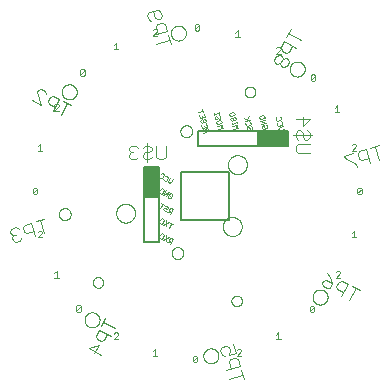
<source format=gbo>
G75*
%MOIN*%
%OFA0B0*%
%FSLAX25Y25*%
%IPPOS*%
%LPD*%
%AMOC8*
5,1,8,0,0,1.08239X$1,22.5*
%
%ADD10C,0.00100*%
%ADD11C,0.00000*%
%ADD12C,0.00200*%
%ADD13C,0.00400*%
%ADD14C,0.00500*%
D10*
X0063099Y0060425D02*
X0063836Y0060000D01*
X0064687Y0061473D01*
X0063950Y0061899D01*
X0063563Y0061795D01*
X0062996Y0060812D01*
X0063099Y0060425D01*
X0064289Y0059738D02*
X0066122Y0060645D01*
X0066433Y0060137D02*
X0066150Y0059646D01*
X0066254Y0059259D01*
X0066990Y0058833D01*
X0066707Y0058342D02*
X0067558Y0059816D01*
X0066821Y0060241D01*
X0066433Y0060137D01*
X0066499Y0059117D02*
X0065724Y0058909D01*
X0065271Y0059171D02*
X0065140Y0061212D01*
X0066216Y0063626D02*
X0067066Y0065099D01*
X0067558Y0064816D02*
X0066575Y0065383D01*
X0066122Y0065645D02*
X0064289Y0064738D01*
X0063836Y0065000D02*
X0063099Y0065425D01*
X0062996Y0065812D01*
X0063563Y0066795D01*
X0063950Y0066899D01*
X0064687Y0066473D01*
X0063836Y0065000D01*
X0065271Y0064171D02*
X0065140Y0066212D01*
X0066707Y0068342D02*
X0067558Y0069816D01*
X0066821Y0070241D01*
X0066433Y0070137D01*
X0066150Y0069646D01*
X0066254Y0069259D01*
X0066990Y0068833D01*
X0066499Y0069117D02*
X0065724Y0068909D01*
X0065413Y0069417D02*
X0065026Y0069313D01*
X0064535Y0069596D01*
X0064431Y0069984D01*
X0064573Y0070229D01*
X0064960Y0070333D01*
X0065451Y0070050D01*
X0065839Y0070153D01*
X0065980Y0070399D01*
X0065877Y0070786D01*
X0065385Y0071070D01*
X0064998Y0070966D01*
X0064687Y0071473D02*
X0063704Y0072040D01*
X0064196Y0071757D02*
X0063345Y0070283D01*
X0065970Y0073768D02*
X0065866Y0074155D01*
X0066150Y0074646D01*
X0066641Y0074363D01*
X0066433Y0075137D02*
X0066821Y0075241D01*
X0067312Y0074958D01*
X0067416Y0074570D01*
X0066849Y0073588D01*
X0066461Y0073484D01*
X0065970Y0073768D01*
X0065271Y0074171D02*
X0066122Y0075645D01*
X0064289Y0074738D01*
X0065140Y0076212D01*
X0064687Y0076473D02*
X0063950Y0076899D01*
X0063563Y0076795D01*
X0062996Y0075812D01*
X0063099Y0075425D01*
X0063836Y0075000D01*
X0064687Y0076473D01*
X0066216Y0078626D02*
X0066008Y0079401D01*
X0066575Y0080383D01*
X0065980Y0080399D02*
X0065413Y0079417D01*
X0065026Y0079313D01*
X0064535Y0079596D01*
X0064431Y0079984D01*
X0063978Y0080245D02*
X0064545Y0081228D01*
X0064441Y0081615D01*
X0063950Y0081899D01*
X0063563Y0081795D01*
X0062996Y0080812D02*
X0063099Y0080425D01*
X0063591Y0080142D01*
X0063978Y0080245D01*
X0064998Y0080966D02*
X0065385Y0081070D01*
X0065877Y0080786D01*
X0065980Y0080399D01*
X0067558Y0079816D02*
X0066990Y0078833D01*
X0066216Y0078626D01*
X0077761Y0095410D02*
X0079404Y0095850D01*
X0079184Y0096672D01*
X0078837Y0096872D01*
X0078289Y0096725D01*
X0078088Y0096378D01*
X0078308Y0095556D01*
X0078162Y0096104D02*
X0077467Y0096505D01*
X0077332Y0097011D02*
X0077038Y0098106D01*
X0077177Y0098685D02*
X0076829Y0098885D01*
X0076682Y0099433D01*
X0076883Y0099781D01*
X0077157Y0099854D01*
X0077504Y0099653D01*
X0077651Y0099106D01*
X0077998Y0098905D01*
X0078272Y0098978D01*
X0078473Y0099326D01*
X0078326Y0099874D01*
X0077979Y0100074D01*
X0078117Y0100653D02*
X0076474Y0100212D01*
X0076180Y0101308D01*
X0077149Y0100980D02*
X0077295Y0100433D01*
X0078117Y0100653D02*
X0077824Y0101748D01*
X0077688Y0102254D02*
X0077395Y0103349D01*
X0077541Y0102802D02*
X0075898Y0102361D01*
X0078681Y0098547D02*
X0078975Y0097451D01*
X0077332Y0097011D01*
X0078153Y0097231D02*
X0078007Y0097779D01*
X0082039Y0098967D02*
X0082186Y0098419D01*
X0082534Y0098219D01*
X0083629Y0098512D01*
X0083830Y0098859D01*
X0083683Y0099407D01*
X0083336Y0099608D01*
X0082240Y0099314D01*
X0082039Y0098967D01*
X0082105Y0099819D02*
X0081757Y0100020D01*
X0081610Y0100568D01*
X0081811Y0100915D01*
X0082085Y0100989D01*
X0082432Y0100788D01*
X0082579Y0100240D01*
X0082926Y0100040D01*
X0083200Y0100113D01*
X0083401Y0100460D01*
X0083254Y0101008D01*
X0082907Y0101209D01*
X0083045Y0101787D02*
X0082898Y0102335D01*
X0082972Y0102061D02*
X0081328Y0101621D01*
X0081402Y0101347D02*
X0081255Y0101895D01*
X0082395Y0097640D02*
X0084038Y0098080D01*
X0083637Y0097386D01*
X0084332Y0096985D01*
X0082689Y0096544D01*
X0086900Y0099486D02*
X0086753Y0100034D01*
X0086954Y0100381D01*
X0087228Y0100455D01*
X0087575Y0100254D01*
X0087722Y0099707D01*
X0088069Y0099506D01*
X0088343Y0099579D01*
X0088544Y0099927D01*
X0088397Y0100475D01*
X0088050Y0100675D01*
X0087914Y0101180D02*
X0086819Y0100887D01*
X0086471Y0101087D01*
X0086325Y0101635D01*
X0086525Y0101982D01*
X0087621Y0102276D01*
X0087968Y0102075D01*
X0088115Y0101528D01*
X0087914Y0101180D01*
X0086900Y0099486D02*
X0087248Y0099286D01*
X0087113Y0098693D02*
X0087260Y0098145D01*
X0087186Y0098419D02*
X0088830Y0098859D01*
X0088903Y0098586D02*
X0088756Y0099133D01*
X0089038Y0098080D02*
X0087395Y0097640D01*
X0087689Y0096544D02*
X0089332Y0096985D01*
X0088637Y0097386D01*
X0089038Y0098080D01*
X0091251Y0100409D02*
X0092293Y0099807D01*
X0092093Y0099460D02*
X0092895Y0100849D01*
X0093188Y0099754D02*
X0091545Y0099313D01*
X0091954Y0098881D02*
X0091753Y0098534D01*
X0091900Y0097986D01*
X0092248Y0097786D01*
X0093343Y0098079D01*
X0093544Y0098427D01*
X0093397Y0098975D01*
X0093050Y0099175D01*
X0093479Y0097574D02*
X0093826Y0097374D01*
X0093973Y0096826D01*
X0093772Y0096478D01*
X0093498Y0096405D01*
X0093151Y0096606D01*
X0093004Y0097153D01*
X0092657Y0097354D01*
X0092383Y0097281D01*
X0092182Y0096933D01*
X0092329Y0096385D01*
X0092677Y0096185D01*
X0097182Y0097433D02*
X0097383Y0097781D01*
X0097931Y0097927D01*
X0098078Y0097380D01*
X0098479Y0098074D02*
X0098826Y0097874D01*
X0098973Y0097326D01*
X0098772Y0096978D01*
X0097677Y0096685D01*
X0097329Y0096885D01*
X0097182Y0097433D01*
X0096974Y0098212D02*
X0098617Y0098653D01*
X0096680Y0099308D01*
X0098324Y0099748D01*
X0098188Y0100254D02*
X0097968Y0101075D01*
X0097621Y0101276D01*
X0096525Y0100982D01*
X0096325Y0100635D01*
X0096545Y0099813D01*
X0098188Y0100254D01*
X0101825Y0100135D02*
X0102025Y0100482D01*
X0101825Y0100135D02*
X0101971Y0099587D01*
X0102319Y0099387D01*
X0103414Y0099680D01*
X0103615Y0100028D01*
X0103468Y0100575D01*
X0103121Y0100776D01*
X0103550Y0099175D02*
X0103897Y0098975D01*
X0104044Y0098427D01*
X0103843Y0098079D01*
X0102748Y0097786D01*
X0102400Y0097986D01*
X0102253Y0098534D01*
X0102454Y0098881D01*
X0103157Y0097354D02*
X0104253Y0097648D01*
X0104546Y0096552D02*
X0103450Y0096258D01*
X0102756Y0096659D01*
X0103157Y0097354D01*
D11*
X0091483Y0109007D02*
X0091485Y0109091D01*
X0091491Y0109174D01*
X0091501Y0109257D01*
X0091515Y0109340D01*
X0091532Y0109422D01*
X0091554Y0109503D01*
X0091579Y0109582D01*
X0091608Y0109661D01*
X0091641Y0109738D01*
X0091677Y0109813D01*
X0091717Y0109887D01*
X0091760Y0109959D01*
X0091807Y0110028D01*
X0091857Y0110095D01*
X0091910Y0110160D01*
X0091966Y0110222D01*
X0092024Y0110282D01*
X0092086Y0110339D01*
X0092150Y0110392D01*
X0092217Y0110443D01*
X0092286Y0110490D01*
X0092357Y0110535D01*
X0092430Y0110575D01*
X0092505Y0110612D01*
X0092582Y0110646D01*
X0092660Y0110676D01*
X0092739Y0110702D01*
X0092820Y0110725D01*
X0092902Y0110743D01*
X0092984Y0110758D01*
X0093067Y0110769D01*
X0093150Y0110776D01*
X0093234Y0110779D01*
X0093318Y0110778D01*
X0093401Y0110773D01*
X0093485Y0110764D01*
X0093567Y0110751D01*
X0093649Y0110735D01*
X0093730Y0110714D01*
X0093811Y0110690D01*
X0093889Y0110662D01*
X0093967Y0110630D01*
X0094043Y0110594D01*
X0094117Y0110555D01*
X0094189Y0110513D01*
X0094259Y0110467D01*
X0094327Y0110418D01*
X0094392Y0110366D01*
X0094455Y0110311D01*
X0094515Y0110253D01*
X0094573Y0110192D01*
X0094627Y0110128D01*
X0094679Y0110062D01*
X0094727Y0109994D01*
X0094772Y0109923D01*
X0094813Y0109850D01*
X0094852Y0109776D01*
X0094886Y0109700D01*
X0094917Y0109622D01*
X0094944Y0109543D01*
X0094968Y0109462D01*
X0094987Y0109381D01*
X0095003Y0109299D01*
X0095015Y0109216D01*
X0095023Y0109132D01*
X0095027Y0109049D01*
X0095027Y0108965D01*
X0095023Y0108882D01*
X0095015Y0108798D01*
X0095003Y0108715D01*
X0094987Y0108633D01*
X0094968Y0108552D01*
X0094944Y0108471D01*
X0094917Y0108392D01*
X0094886Y0108314D01*
X0094852Y0108238D01*
X0094813Y0108164D01*
X0094772Y0108091D01*
X0094727Y0108020D01*
X0094679Y0107952D01*
X0094627Y0107886D01*
X0094573Y0107822D01*
X0094515Y0107761D01*
X0094455Y0107703D01*
X0094392Y0107648D01*
X0094327Y0107596D01*
X0094259Y0107547D01*
X0094189Y0107501D01*
X0094117Y0107459D01*
X0094043Y0107420D01*
X0093967Y0107384D01*
X0093889Y0107352D01*
X0093811Y0107324D01*
X0093730Y0107300D01*
X0093649Y0107279D01*
X0093567Y0107263D01*
X0093485Y0107250D01*
X0093401Y0107241D01*
X0093318Y0107236D01*
X0093234Y0107235D01*
X0093150Y0107238D01*
X0093067Y0107245D01*
X0092984Y0107256D01*
X0092902Y0107271D01*
X0092820Y0107289D01*
X0092739Y0107312D01*
X0092660Y0107338D01*
X0092582Y0107368D01*
X0092505Y0107402D01*
X0092430Y0107439D01*
X0092357Y0107479D01*
X0092286Y0107524D01*
X0092217Y0107571D01*
X0092150Y0107622D01*
X0092086Y0107675D01*
X0092024Y0107732D01*
X0091966Y0107792D01*
X0091910Y0107854D01*
X0091857Y0107919D01*
X0091807Y0107986D01*
X0091760Y0108055D01*
X0091717Y0108127D01*
X0091677Y0108201D01*
X0091641Y0108276D01*
X0091608Y0108353D01*
X0091579Y0108432D01*
X0091554Y0108511D01*
X0091532Y0108592D01*
X0091515Y0108674D01*
X0091501Y0108757D01*
X0091491Y0108840D01*
X0091485Y0108923D01*
X0091483Y0109007D01*
X0106519Y0116619D02*
X0106521Y0116718D01*
X0106527Y0116818D01*
X0106537Y0116917D01*
X0106551Y0117015D01*
X0106568Y0117113D01*
X0106590Y0117210D01*
X0106615Y0117306D01*
X0106644Y0117401D01*
X0106677Y0117495D01*
X0106714Y0117587D01*
X0106754Y0117678D01*
X0106798Y0117767D01*
X0106846Y0117855D01*
X0106897Y0117940D01*
X0106951Y0118023D01*
X0107008Y0118105D01*
X0107069Y0118183D01*
X0107133Y0118260D01*
X0107199Y0118333D01*
X0107269Y0118404D01*
X0107341Y0118472D01*
X0107416Y0118538D01*
X0107494Y0118600D01*
X0107574Y0118659D01*
X0107656Y0118715D01*
X0107740Y0118767D01*
X0107827Y0118816D01*
X0107915Y0118862D01*
X0108005Y0118904D01*
X0108097Y0118943D01*
X0108190Y0118978D01*
X0108284Y0119009D01*
X0108380Y0119036D01*
X0108477Y0119059D01*
X0108574Y0119079D01*
X0108672Y0119095D01*
X0108771Y0119107D01*
X0108870Y0119115D01*
X0108969Y0119119D01*
X0109069Y0119119D01*
X0109168Y0119115D01*
X0109267Y0119107D01*
X0109366Y0119095D01*
X0109464Y0119079D01*
X0109561Y0119059D01*
X0109658Y0119036D01*
X0109754Y0119009D01*
X0109848Y0118978D01*
X0109941Y0118943D01*
X0110033Y0118904D01*
X0110123Y0118862D01*
X0110211Y0118816D01*
X0110298Y0118767D01*
X0110382Y0118715D01*
X0110464Y0118659D01*
X0110544Y0118600D01*
X0110622Y0118538D01*
X0110697Y0118472D01*
X0110769Y0118404D01*
X0110839Y0118333D01*
X0110905Y0118260D01*
X0110969Y0118183D01*
X0111030Y0118105D01*
X0111087Y0118023D01*
X0111141Y0117940D01*
X0111192Y0117855D01*
X0111240Y0117767D01*
X0111284Y0117678D01*
X0111324Y0117587D01*
X0111361Y0117495D01*
X0111394Y0117401D01*
X0111423Y0117306D01*
X0111448Y0117210D01*
X0111470Y0117113D01*
X0111487Y0117015D01*
X0111501Y0116917D01*
X0111511Y0116818D01*
X0111517Y0116718D01*
X0111519Y0116619D01*
X0111517Y0116520D01*
X0111511Y0116420D01*
X0111501Y0116321D01*
X0111487Y0116223D01*
X0111470Y0116125D01*
X0111448Y0116028D01*
X0111423Y0115932D01*
X0111394Y0115837D01*
X0111361Y0115743D01*
X0111324Y0115651D01*
X0111284Y0115560D01*
X0111240Y0115471D01*
X0111192Y0115383D01*
X0111141Y0115298D01*
X0111087Y0115215D01*
X0111030Y0115133D01*
X0110969Y0115055D01*
X0110905Y0114978D01*
X0110839Y0114905D01*
X0110769Y0114834D01*
X0110697Y0114766D01*
X0110622Y0114700D01*
X0110544Y0114638D01*
X0110464Y0114579D01*
X0110382Y0114523D01*
X0110298Y0114471D01*
X0110211Y0114422D01*
X0110123Y0114376D01*
X0110033Y0114334D01*
X0109941Y0114295D01*
X0109848Y0114260D01*
X0109754Y0114229D01*
X0109658Y0114202D01*
X0109561Y0114179D01*
X0109464Y0114159D01*
X0109366Y0114143D01*
X0109267Y0114131D01*
X0109168Y0114123D01*
X0109069Y0114119D01*
X0108969Y0114119D01*
X0108870Y0114123D01*
X0108771Y0114131D01*
X0108672Y0114143D01*
X0108574Y0114159D01*
X0108477Y0114179D01*
X0108380Y0114202D01*
X0108284Y0114229D01*
X0108190Y0114260D01*
X0108097Y0114295D01*
X0108005Y0114334D01*
X0107915Y0114376D01*
X0107827Y0114422D01*
X0107740Y0114471D01*
X0107656Y0114523D01*
X0107574Y0114579D01*
X0107494Y0114638D01*
X0107416Y0114700D01*
X0107341Y0114766D01*
X0107269Y0114834D01*
X0107199Y0114905D01*
X0107133Y0114978D01*
X0107069Y0115055D01*
X0107008Y0115133D01*
X0106951Y0115215D01*
X0106897Y0115298D01*
X0106846Y0115383D01*
X0106798Y0115471D01*
X0106754Y0115560D01*
X0106714Y0115651D01*
X0106677Y0115743D01*
X0106644Y0115837D01*
X0106615Y0115932D01*
X0106590Y0116028D01*
X0106568Y0116125D01*
X0106551Y0116223D01*
X0106537Y0116321D01*
X0106527Y0116420D01*
X0106521Y0116520D01*
X0106519Y0116619D01*
X0085940Y0084748D02*
X0085942Y0084860D01*
X0085948Y0084971D01*
X0085958Y0085083D01*
X0085972Y0085194D01*
X0085989Y0085304D01*
X0086011Y0085414D01*
X0086037Y0085523D01*
X0086066Y0085631D01*
X0086099Y0085737D01*
X0086136Y0085843D01*
X0086177Y0085947D01*
X0086222Y0086050D01*
X0086270Y0086151D01*
X0086321Y0086250D01*
X0086376Y0086347D01*
X0086435Y0086442D01*
X0086496Y0086536D01*
X0086561Y0086627D01*
X0086630Y0086715D01*
X0086701Y0086801D01*
X0086775Y0086885D01*
X0086853Y0086965D01*
X0086933Y0087043D01*
X0087016Y0087119D01*
X0087101Y0087191D01*
X0087189Y0087260D01*
X0087279Y0087326D01*
X0087372Y0087388D01*
X0087467Y0087448D01*
X0087564Y0087504D01*
X0087662Y0087556D01*
X0087763Y0087605D01*
X0087865Y0087650D01*
X0087969Y0087692D01*
X0088074Y0087730D01*
X0088181Y0087764D01*
X0088288Y0087794D01*
X0088397Y0087821D01*
X0088506Y0087843D01*
X0088617Y0087862D01*
X0088727Y0087877D01*
X0088839Y0087888D01*
X0088950Y0087895D01*
X0089062Y0087898D01*
X0089174Y0087897D01*
X0089286Y0087892D01*
X0089397Y0087883D01*
X0089508Y0087870D01*
X0089619Y0087853D01*
X0089729Y0087833D01*
X0089838Y0087808D01*
X0089946Y0087780D01*
X0090053Y0087747D01*
X0090159Y0087711D01*
X0090263Y0087671D01*
X0090366Y0087628D01*
X0090468Y0087581D01*
X0090567Y0087530D01*
X0090665Y0087476D01*
X0090761Y0087418D01*
X0090855Y0087357D01*
X0090946Y0087293D01*
X0091035Y0087226D01*
X0091122Y0087155D01*
X0091206Y0087081D01*
X0091288Y0087005D01*
X0091366Y0086925D01*
X0091442Y0086843D01*
X0091515Y0086758D01*
X0091585Y0086671D01*
X0091651Y0086581D01*
X0091715Y0086489D01*
X0091775Y0086395D01*
X0091832Y0086299D01*
X0091885Y0086200D01*
X0091935Y0086100D01*
X0091981Y0085999D01*
X0092024Y0085895D01*
X0092063Y0085790D01*
X0092098Y0085684D01*
X0092129Y0085577D01*
X0092157Y0085468D01*
X0092180Y0085359D01*
X0092200Y0085249D01*
X0092216Y0085138D01*
X0092228Y0085027D01*
X0092236Y0084916D01*
X0092240Y0084804D01*
X0092240Y0084692D01*
X0092236Y0084580D01*
X0092228Y0084469D01*
X0092216Y0084358D01*
X0092200Y0084247D01*
X0092180Y0084137D01*
X0092157Y0084028D01*
X0092129Y0083919D01*
X0092098Y0083812D01*
X0092063Y0083706D01*
X0092024Y0083601D01*
X0091981Y0083497D01*
X0091935Y0083396D01*
X0091885Y0083296D01*
X0091832Y0083197D01*
X0091775Y0083101D01*
X0091715Y0083007D01*
X0091651Y0082915D01*
X0091585Y0082825D01*
X0091515Y0082738D01*
X0091442Y0082653D01*
X0091366Y0082571D01*
X0091288Y0082491D01*
X0091206Y0082415D01*
X0091122Y0082341D01*
X0091035Y0082270D01*
X0090946Y0082203D01*
X0090855Y0082139D01*
X0090761Y0082078D01*
X0090665Y0082020D01*
X0090567Y0081966D01*
X0090468Y0081915D01*
X0090366Y0081868D01*
X0090263Y0081825D01*
X0090159Y0081785D01*
X0090053Y0081749D01*
X0089946Y0081716D01*
X0089838Y0081688D01*
X0089729Y0081663D01*
X0089619Y0081643D01*
X0089508Y0081626D01*
X0089397Y0081613D01*
X0089286Y0081604D01*
X0089174Y0081599D01*
X0089062Y0081598D01*
X0088950Y0081601D01*
X0088839Y0081608D01*
X0088727Y0081619D01*
X0088617Y0081634D01*
X0088506Y0081653D01*
X0088397Y0081675D01*
X0088288Y0081702D01*
X0088181Y0081732D01*
X0088074Y0081766D01*
X0087969Y0081804D01*
X0087865Y0081846D01*
X0087763Y0081891D01*
X0087662Y0081940D01*
X0087564Y0081992D01*
X0087467Y0082048D01*
X0087372Y0082108D01*
X0087279Y0082170D01*
X0087189Y0082236D01*
X0087101Y0082305D01*
X0087016Y0082377D01*
X0086933Y0082453D01*
X0086853Y0082531D01*
X0086775Y0082611D01*
X0086701Y0082695D01*
X0086630Y0082781D01*
X0086561Y0082869D01*
X0086496Y0082960D01*
X0086435Y0083054D01*
X0086376Y0083149D01*
X0086321Y0083246D01*
X0086270Y0083345D01*
X0086222Y0083446D01*
X0086177Y0083549D01*
X0086136Y0083653D01*
X0086099Y0083759D01*
X0086066Y0083865D01*
X0086037Y0083973D01*
X0086011Y0084082D01*
X0085989Y0084192D01*
X0085972Y0084302D01*
X0085958Y0084413D01*
X0085948Y0084525D01*
X0085942Y0084636D01*
X0085940Y0084748D01*
X0070056Y0095892D02*
X0070058Y0095980D01*
X0070064Y0096068D01*
X0070074Y0096156D01*
X0070088Y0096244D01*
X0070105Y0096330D01*
X0070127Y0096416D01*
X0070152Y0096500D01*
X0070182Y0096584D01*
X0070214Y0096666D01*
X0070251Y0096746D01*
X0070291Y0096825D01*
X0070335Y0096902D01*
X0070382Y0096977D01*
X0070432Y0097049D01*
X0070486Y0097120D01*
X0070542Y0097187D01*
X0070602Y0097253D01*
X0070664Y0097315D01*
X0070730Y0097375D01*
X0070797Y0097431D01*
X0070868Y0097485D01*
X0070940Y0097535D01*
X0071015Y0097582D01*
X0071092Y0097626D01*
X0071171Y0097666D01*
X0071251Y0097703D01*
X0071333Y0097735D01*
X0071417Y0097765D01*
X0071501Y0097790D01*
X0071587Y0097812D01*
X0071673Y0097829D01*
X0071761Y0097843D01*
X0071849Y0097853D01*
X0071937Y0097859D01*
X0072025Y0097861D01*
X0072113Y0097859D01*
X0072201Y0097853D01*
X0072289Y0097843D01*
X0072377Y0097829D01*
X0072463Y0097812D01*
X0072549Y0097790D01*
X0072633Y0097765D01*
X0072717Y0097735D01*
X0072799Y0097703D01*
X0072879Y0097666D01*
X0072958Y0097626D01*
X0073035Y0097582D01*
X0073110Y0097535D01*
X0073182Y0097485D01*
X0073253Y0097431D01*
X0073320Y0097375D01*
X0073386Y0097315D01*
X0073448Y0097253D01*
X0073508Y0097187D01*
X0073564Y0097120D01*
X0073618Y0097049D01*
X0073668Y0096977D01*
X0073715Y0096902D01*
X0073759Y0096825D01*
X0073799Y0096746D01*
X0073836Y0096666D01*
X0073868Y0096584D01*
X0073898Y0096500D01*
X0073923Y0096416D01*
X0073945Y0096330D01*
X0073962Y0096244D01*
X0073976Y0096156D01*
X0073986Y0096068D01*
X0073992Y0095980D01*
X0073994Y0095892D01*
X0073992Y0095804D01*
X0073986Y0095716D01*
X0073976Y0095628D01*
X0073962Y0095540D01*
X0073945Y0095454D01*
X0073923Y0095368D01*
X0073898Y0095284D01*
X0073868Y0095200D01*
X0073836Y0095118D01*
X0073799Y0095038D01*
X0073759Y0094959D01*
X0073715Y0094882D01*
X0073668Y0094807D01*
X0073618Y0094735D01*
X0073564Y0094664D01*
X0073508Y0094597D01*
X0073448Y0094531D01*
X0073386Y0094469D01*
X0073320Y0094409D01*
X0073253Y0094353D01*
X0073182Y0094299D01*
X0073110Y0094249D01*
X0073035Y0094202D01*
X0072958Y0094158D01*
X0072879Y0094118D01*
X0072799Y0094081D01*
X0072717Y0094049D01*
X0072633Y0094019D01*
X0072549Y0093994D01*
X0072463Y0093972D01*
X0072377Y0093955D01*
X0072289Y0093941D01*
X0072201Y0093931D01*
X0072113Y0093925D01*
X0072025Y0093923D01*
X0071937Y0093925D01*
X0071849Y0093931D01*
X0071761Y0093941D01*
X0071673Y0093955D01*
X0071587Y0093972D01*
X0071501Y0093994D01*
X0071417Y0094019D01*
X0071333Y0094049D01*
X0071251Y0094081D01*
X0071171Y0094118D01*
X0071092Y0094158D01*
X0071015Y0094202D01*
X0070940Y0094249D01*
X0070868Y0094299D01*
X0070797Y0094353D01*
X0070730Y0094409D01*
X0070664Y0094469D01*
X0070602Y0094531D01*
X0070542Y0094597D01*
X0070486Y0094664D01*
X0070432Y0094735D01*
X0070382Y0094807D01*
X0070335Y0094882D01*
X0070291Y0094959D01*
X0070251Y0095038D01*
X0070214Y0095118D01*
X0070182Y0095200D01*
X0070152Y0095284D01*
X0070127Y0095368D01*
X0070105Y0095454D01*
X0070088Y0095540D01*
X0070074Y0095628D01*
X0070064Y0095716D01*
X0070058Y0095804D01*
X0070056Y0095892D01*
X0048652Y0068588D02*
X0048654Y0068700D01*
X0048660Y0068811D01*
X0048670Y0068923D01*
X0048684Y0069034D01*
X0048701Y0069144D01*
X0048723Y0069254D01*
X0048749Y0069363D01*
X0048778Y0069471D01*
X0048811Y0069577D01*
X0048848Y0069683D01*
X0048889Y0069787D01*
X0048934Y0069890D01*
X0048982Y0069991D01*
X0049033Y0070090D01*
X0049088Y0070187D01*
X0049147Y0070282D01*
X0049208Y0070376D01*
X0049273Y0070467D01*
X0049342Y0070555D01*
X0049413Y0070641D01*
X0049487Y0070725D01*
X0049565Y0070805D01*
X0049645Y0070883D01*
X0049728Y0070959D01*
X0049813Y0071031D01*
X0049901Y0071100D01*
X0049991Y0071166D01*
X0050084Y0071228D01*
X0050179Y0071288D01*
X0050276Y0071344D01*
X0050374Y0071396D01*
X0050475Y0071445D01*
X0050577Y0071490D01*
X0050681Y0071532D01*
X0050786Y0071570D01*
X0050893Y0071604D01*
X0051000Y0071634D01*
X0051109Y0071661D01*
X0051218Y0071683D01*
X0051329Y0071702D01*
X0051439Y0071717D01*
X0051551Y0071728D01*
X0051662Y0071735D01*
X0051774Y0071738D01*
X0051886Y0071737D01*
X0051998Y0071732D01*
X0052109Y0071723D01*
X0052220Y0071710D01*
X0052331Y0071693D01*
X0052441Y0071673D01*
X0052550Y0071648D01*
X0052658Y0071620D01*
X0052765Y0071587D01*
X0052871Y0071551D01*
X0052975Y0071511D01*
X0053078Y0071468D01*
X0053180Y0071421D01*
X0053279Y0071370D01*
X0053377Y0071316D01*
X0053473Y0071258D01*
X0053567Y0071197D01*
X0053658Y0071133D01*
X0053747Y0071066D01*
X0053834Y0070995D01*
X0053918Y0070921D01*
X0054000Y0070845D01*
X0054078Y0070765D01*
X0054154Y0070683D01*
X0054227Y0070598D01*
X0054297Y0070511D01*
X0054363Y0070421D01*
X0054427Y0070329D01*
X0054487Y0070235D01*
X0054544Y0070139D01*
X0054597Y0070040D01*
X0054647Y0069940D01*
X0054693Y0069839D01*
X0054736Y0069735D01*
X0054775Y0069630D01*
X0054810Y0069524D01*
X0054841Y0069417D01*
X0054869Y0069308D01*
X0054892Y0069199D01*
X0054912Y0069089D01*
X0054928Y0068978D01*
X0054940Y0068867D01*
X0054948Y0068756D01*
X0054952Y0068644D01*
X0054952Y0068532D01*
X0054948Y0068420D01*
X0054940Y0068309D01*
X0054928Y0068198D01*
X0054912Y0068087D01*
X0054892Y0067977D01*
X0054869Y0067868D01*
X0054841Y0067759D01*
X0054810Y0067652D01*
X0054775Y0067546D01*
X0054736Y0067441D01*
X0054693Y0067337D01*
X0054647Y0067236D01*
X0054597Y0067136D01*
X0054544Y0067037D01*
X0054487Y0066941D01*
X0054427Y0066847D01*
X0054363Y0066755D01*
X0054297Y0066665D01*
X0054227Y0066578D01*
X0054154Y0066493D01*
X0054078Y0066411D01*
X0054000Y0066331D01*
X0053918Y0066255D01*
X0053834Y0066181D01*
X0053747Y0066110D01*
X0053658Y0066043D01*
X0053567Y0065979D01*
X0053473Y0065918D01*
X0053377Y0065860D01*
X0053279Y0065806D01*
X0053180Y0065755D01*
X0053078Y0065708D01*
X0052975Y0065665D01*
X0052871Y0065625D01*
X0052765Y0065589D01*
X0052658Y0065556D01*
X0052550Y0065528D01*
X0052441Y0065503D01*
X0052331Y0065483D01*
X0052220Y0065466D01*
X0052109Y0065453D01*
X0051998Y0065444D01*
X0051886Y0065439D01*
X0051774Y0065438D01*
X0051662Y0065441D01*
X0051551Y0065448D01*
X0051439Y0065459D01*
X0051329Y0065474D01*
X0051218Y0065493D01*
X0051109Y0065515D01*
X0051000Y0065542D01*
X0050893Y0065572D01*
X0050786Y0065606D01*
X0050681Y0065644D01*
X0050577Y0065686D01*
X0050475Y0065731D01*
X0050374Y0065780D01*
X0050276Y0065832D01*
X0050179Y0065888D01*
X0050084Y0065948D01*
X0049991Y0066010D01*
X0049901Y0066076D01*
X0049813Y0066145D01*
X0049728Y0066217D01*
X0049645Y0066293D01*
X0049565Y0066371D01*
X0049487Y0066451D01*
X0049413Y0066535D01*
X0049342Y0066621D01*
X0049273Y0066709D01*
X0049208Y0066800D01*
X0049147Y0066894D01*
X0049088Y0066989D01*
X0049033Y0067086D01*
X0048982Y0067185D01*
X0048934Y0067286D01*
X0048889Y0067389D01*
X0048848Y0067493D01*
X0048811Y0067599D01*
X0048778Y0067705D01*
X0048749Y0067813D01*
X0048723Y0067922D01*
X0048701Y0068032D01*
X0048684Y0068142D01*
X0048670Y0068253D01*
X0048660Y0068365D01*
X0048654Y0068476D01*
X0048652Y0068588D01*
X0029556Y0068274D02*
X0029558Y0068362D01*
X0029564Y0068450D01*
X0029574Y0068538D01*
X0029588Y0068626D01*
X0029605Y0068712D01*
X0029627Y0068798D01*
X0029652Y0068882D01*
X0029682Y0068966D01*
X0029714Y0069048D01*
X0029751Y0069128D01*
X0029791Y0069207D01*
X0029835Y0069284D01*
X0029882Y0069359D01*
X0029932Y0069431D01*
X0029986Y0069502D01*
X0030042Y0069569D01*
X0030102Y0069635D01*
X0030164Y0069697D01*
X0030230Y0069757D01*
X0030297Y0069813D01*
X0030368Y0069867D01*
X0030440Y0069917D01*
X0030515Y0069964D01*
X0030592Y0070008D01*
X0030671Y0070048D01*
X0030751Y0070085D01*
X0030833Y0070117D01*
X0030917Y0070147D01*
X0031001Y0070172D01*
X0031087Y0070194D01*
X0031173Y0070211D01*
X0031261Y0070225D01*
X0031349Y0070235D01*
X0031437Y0070241D01*
X0031525Y0070243D01*
X0031613Y0070241D01*
X0031701Y0070235D01*
X0031789Y0070225D01*
X0031877Y0070211D01*
X0031963Y0070194D01*
X0032049Y0070172D01*
X0032133Y0070147D01*
X0032217Y0070117D01*
X0032299Y0070085D01*
X0032379Y0070048D01*
X0032458Y0070008D01*
X0032535Y0069964D01*
X0032610Y0069917D01*
X0032682Y0069867D01*
X0032753Y0069813D01*
X0032820Y0069757D01*
X0032886Y0069697D01*
X0032948Y0069635D01*
X0033008Y0069569D01*
X0033064Y0069502D01*
X0033118Y0069431D01*
X0033168Y0069359D01*
X0033215Y0069284D01*
X0033259Y0069207D01*
X0033299Y0069128D01*
X0033336Y0069048D01*
X0033368Y0068966D01*
X0033398Y0068882D01*
X0033423Y0068798D01*
X0033445Y0068712D01*
X0033462Y0068626D01*
X0033476Y0068538D01*
X0033486Y0068450D01*
X0033492Y0068362D01*
X0033494Y0068274D01*
X0033492Y0068186D01*
X0033486Y0068098D01*
X0033476Y0068010D01*
X0033462Y0067922D01*
X0033445Y0067836D01*
X0033423Y0067750D01*
X0033398Y0067666D01*
X0033368Y0067582D01*
X0033336Y0067500D01*
X0033299Y0067420D01*
X0033259Y0067341D01*
X0033215Y0067264D01*
X0033168Y0067189D01*
X0033118Y0067117D01*
X0033064Y0067046D01*
X0033008Y0066979D01*
X0032948Y0066913D01*
X0032886Y0066851D01*
X0032820Y0066791D01*
X0032753Y0066735D01*
X0032682Y0066681D01*
X0032610Y0066631D01*
X0032535Y0066584D01*
X0032458Y0066540D01*
X0032379Y0066500D01*
X0032299Y0066463D01*
X0032217Y0066431D01*
X0032133Y0066401D01*
X0032049Y0066376D01*
X0031963Y0066354D01*
X0031877Y0066337D01*
X0031789Y0066323D01*
X0031701Y0066313D01*
X0031613Y0066307D01*
X0031525Y0066305D01*
X0031437Y0066307D01*
X0031349Y0066313D01*
X0031261Y0066323D01*
X0031173Y0066337D01*
X0031087Y0066354D01*
X0031001Y0066376D01*
X0030917Y0066401D01*
X0030833Y0066431D01*
X0030751Y0066463D01*
X0030671Y0066500D01*
X0030592Y0066540D01*
X0030515Y0066584D01*
X0030440Y0066631D01*
X0030368Y0066681D01*
X0030297Y0066735D01*
X0030230Y0066791D01*
X0030164Y0066851D01*
X0030102Y0066913D01*
X0030042Y0066979D01*
X0029986Y0067046D01*
X0029932Y0067117D01*
X0029882Y0067189D01*
X0029835Y0067264D01*
X0029791Y0067341D01*
X0029751Y0067420D01*
X0029714Y0067500D01*
X0029682Y0067582D01*
X0029652Y0067666D01*
X0029627Y0067750D01*
X0029605Y0067836D01*
X0029588Y0067922D01*
X0029574Y0068010D01*
X0029564Y0068098D01*
X0029558Y0068186D01*
X0029556Y0068274D01*
X0040859Y0045486D02*
X0040861Y0045570D01*
X0040867Y0045653D01*
X0040877Y0045736D01*
X0040891Y0045819D01*
X0040908Y0045901D01*
X0040930Y0045982D01*
X0040955Y0046061D01*
X0040984Y0046140D01*
X0041017Y0046217D01*
X0041053Y0046292D01*
X0041093Y0046366D01*
X0041136Y0046438D01*
X0041183Y0046507D01*
X0041233Y0046574D01*
X0041286Y0046639D01*
X0041342Y0046701D01*
X0041400Y0046761D01*
X0041462Y0046818D01*
X0041526Y0046871D01*
X0041593Y0046922D01*
X0041662Y0046969D01*
X0041733Y0047014D01*
X0041806Y0047054D01*
X0041881Y0047091D01*
X0041958Y0047125D01*
X0042036Y0047155D01*
X0042115Y0047181D01*
X0042196Y0047204D01*
X0042278Y0047222D01*
X0042360Y0047237D01*
X0042443Y0047248D01*
X0042526Y0047255D01*
X0042610Y0047258D01*
X0042694Y0047257D01*
X0042777Y0047252D01*
X0042861Y0047243D01*
X0042943Y0047230D01*
X0043025Y0047214D01*
X0043106Y0047193D01*
X0043187Y0047169D01*
X0043265Y0047141D01*
X0043343Y0047109D01*
X0043419Y0047073D01*
X0043493Y0047034D01*
X0043565Y0046992D01*
X0043635Y0046946D01*
X0043703Y0046897D01*
X0043768Y0046845D01*
X0043831Y0046790D01*
X0043891Y0046732D01*
X0043949Y0046671D01*
X0044003Y0046607D01*
X0044055Y0046541D01*
X0044103Y0046473D01*
X0044148Y0046402D01*
X0044189Y0046329D01*
X0044228Y0046255D01*
X0044262Y0046179D01*
X0044293Y0046101D01*
X0044320Y0046022D01*
X0044344Y0045941D01*
X0044363Y0045860D01*
X0044379Y0045778D01*
X0044391Y0045695D01*
X0044399Y0045611D01*
X0044403Y0045528D01*
X0044403Y0045444D01*
X0044399Y0045361D01*
X0044391Y0045277D01*
X0044379Y0045194D01*
X0044363Y0045112D01*
X0044344Y0045031D01*
X0044320Y0044950D01*
X0044293Y0044871D01*
X0044262Y0044793D01*
X0044228Y0044717D01*
X0044189Y0044643D01*
X0044148Y0044570D01*
X0044103Y0044499D01*
X0044055Y0044431D01*
X0044003Y0044365D01*
X0043949Y0044301D01*
X0043891Y0044240D01*
X0043831Y0044182D01*
X0043768Y0044127D01*
X0043703Y0044075D01*
X0043635Y0044026D01*
X0043565Y0043980D01*
X0043493Y0043938D01*
X0043419Y0043899D01*
X0043343Y0043863D01*
X0043265Y0043831D01*
X0043187Y0043803D01*
X0043106Y0043779D01*
X0043025Y0043758D01*
X0042943Y0043742D01*
X0042861Y0043729D01*
X0042777Y0043720D01*
X0042694Y0043715D01*
X0042610Y0043714D01*
X0042526Y0043717D01*
X0042443Y0043724D01*
X0042360Y0043735D01*
X0042278Y0043750D01*
X0042196Y0043768D01*
X0042115Y0043791D01*
X0042036Y0043817D01*
X0041958Y0043847D01*
X0041881Y0043881D01*
X0041806Y0043918D01*
X0041733Y0043958D01*
X0041662Y0044003D01*
X0041593Y0044050D01*
X0041526Y0044101D01*
X0041462Y0044154D01*
X0041400Y0044211D01*
X0041342Y0044271D01*
X0041286Y0044333D01*
X0041233Y0044398D01*
X0041183Y0044465D01*
X0041136Y0044534D01*
X0041093Y0044606D01*
X0041053Y0044680D01*
X0041017Y0044755D01*
X0040984Y0044832D01*
X0040955Y0044911D01*
X0040930Y0044990D01*
X0040908Y0045071D01*
X0040891Y0045153D01*
X0040877Y0045236D01*
X0040867Y0045319D01*
X0040861Y0045402D01*
X0040859Y0045486D01*
X0038119Y0033019D02*
X0038121Y0033118D01*
X0038127Y0033218D01*
X0038137Y0033317D01*
X0038151Y0033415D01*
X0038168Y0033513D01*
X0038190Y0033610D01*
X0038215Y0033706D01*
X0038244Y0033801D01*
X0038277Y0033895D01*
X0038314Y0033987D01*
X0038354Y0034078D01*
X0038398Y0034167D01*
X0038446Y0034255D01*
X0038497Y0034340D01*
X0038551Y0034423D01*
X0038608Y0034505D01*
X0038669Y0034583D01*
X0038733Y0034660D01*
X0038799Y0034733D01*
X0038869Y0034804D01*
X0038941Y0034872D01*
X0039016Y0034938D01*
X0039094Y0035000D01*
X0039174Y0035059D01*
X0039256Y0035115D01*
X0039340Y0035167D01*
X0039427Y0035216D01*
X0039515Y0035262D01*
X0039605Y0035304D01*
X0039697Y0035343D01*
X0039790Y0035378D01*
X0039884Y0035409D01*
X0039980Y0035436D01*
X0040077Y0035459D01*
X0040174Y0035479D01*
X0040272Y0035495D01*
X0040371Y0035507D01*
X0040470Y0035515D01*
X0040569Y0035519D01*
X0040669Y0035519D01*
X0040768Y0035515D01*
X0040867Y0035507D01*
X0040966Y0035495D01*
X0041064Y0035479D01*
X0041161Y0035459D01*
X0041258Y0035436D01*
X0041354Y0035409D01*
X0041448Y0035378D01*
X0041541Y0035343D01*
X0041633Y0035304D01*
X0041723Y0035262D01*
X0041811Y0035216D01*
X0041898Y0035167D01*
X0041982Y0035115D01*
X0042064Y0035059D01*
X0042144Y0035000D01*
X0042222Y0034938D01*
X0042297Y0034872D01*
X0042369Y0034804D01*
X0042439Y0034733D01*
X0042505Y0034660D01*
X0042569Y0034583D01*
X0042630Y0034505D01*
X0042687Y0034423D01*
X0042741Y0034340D01*
X0042792Y0034255D01*
X0042840Y0034167D01*
X0042884Y0034078D01*
X0042924Y0033987D01*
X0042961Y0033895D01*
X0042994Y0033801D01*
X0043023Y0033706D01*
X0043048Y0033610D01*
X0043070Y0033513D01*
X0043087Y0033415D01*
X0043101Y0033317D01*
X0043111Y0033218D01*
X0043117Y0033118D01*
X0043119Y0033019D01*
X0043117Y0032920D01*
X0043111Y0032820D01*
X0043101Y0032721D01*
X0043087Y0032623D01*
X0043070Y0032525D01*
X0043048Y0032428D01*
X0043023Y0032332D01*
X0042994Y0032237D01*
X0042961Y0032143D01*
X0042924Y0032051D01*
X0042884Y0031960D01*
X0042840Y0031871D01*
X0042792Y0031783D01*
X0042741Y0031698D01*
X0042687Y0031615D01*
X0042630Y0031533D01*
X0042569Y0031455D01*
X0042505Y0031378D01*
X0042439Y0031305D01*
X0042369Y0031234D01*
X0042297Y0031166D01*
X0042222Y0031100D01*
X0042144Y0031038D01*
X0042064Y0030979D01*
X0041982Y0030923D01*
X0041898Y0030871D01*
X0041811Y0030822D01*
X0041723Y0030776D01*
X0041633Y0030734D01*
X0041541Y0030695D01*
X0041448Y0030660D01*
X0041354Y0030629D01*
X0041258Y0030602D01*
X0041161Y0030579D01*
X0041064Y0030559D01*
X0040966Y0030543D01*
X0040867Y0030531D01*
X0040768Y0030523D01*
X0040669Y0030519D01*
X0040569Y0030519D01*
X0040470Y0030523D01*
X0040371Y0030531D01*
X0040272Y0030543D01*
X0040174Y0030559D01*
X0040077Y0030579D01*
X0039980Y0030602D01*
X0039884Y0030629D01*
X0039790Y0030660D01*
X0039697Y0030695D01*
X0039605Y0030734D01*
X0039515Y0030776D01*
X0039427Y0030822D01*
X0039340Y0030871D01*
X0039256Y0030923D01*
X0039174Y0030979D01*
X0039094Y0031038D01*
X0039016Y0031100D01*
X0038941Y0031166D01*
X0038869Y0031234D01*
X0038799Y0031305D01*
X0038733Y0031378D01*
X0038669Y0031455D01*
X0038608Y0031533D01*
X0038551Y0031615D01*
X0038497Y0031698D01*
X0038446Y0031783D01*
X0038398Y0031871D01*
X0038354Y0031960D01*
X0038314Y0032051D01*
X0038277Y0032143D01*
X0038244Y0032237D01*
X0038215Y0032332D01*
X0038190Y0032428D01*
X0038168Y0032525D01*
X0038151Y0032623D01*
X0038137Y0032721D01*
X0038127Y0032820D01*
X0038121Y0032920D01*
X0038119Y0033019D01*
X0067155Y0055278D02*
X0067157Y0055366D01*
X0067163Y0055454D01*
X0067173Y0055542D01*
X0067187Y0055630D01*
X0067204Y0055716D01*
X0067226Y0055802D01*
X0067251Y0055886D01*
X0067281Y0055970D01*
X0067313Y0056052D01*
X0067350Y0056132D01*
X0067390Y0056211D01*
X0067434Y0056288D01*
X0067481Y0056363D01*
X0067531Y0056435D01*
X0067585Y0056506D01*
X0067641Y0056573D01*
X0067701Y0056639D01*
X0067763Y0056701D01*
X0067829Y0056761D01*
X0067896Y0056817D01*
X0067967Y0056871D01*
X0068039Y0056921D01*
X0068114Y0056968D01*
X0068191Y0057012D01*
X0068270Y0057052D01*
X0068350Y0057089D01*
X0068432Y0057121D01*
X0068516Y0057151D01*
X0068600Y0057176D01*
X0068686Y0057198D01*
X0068772Y0057215D01*
X0068860Y0057229D01*
X0068948Y0057239D01*
X0069036Y0057245D01*
X0069124Y0057247D01*
X0069212Y0057245D01*
X0069300Y0057239D01*
X0069388Y0057229D01*
X0069476Y0057215D01*
X0069562Y0057198D01*
X0069648Y0057176D01*
X0069732Y0057151D01*
X0069816Y0057121D01*
X0069898Y0057089D01*
X0069978Y0057052D01*
X0070057Y0057012D01*
X0070134Y0056968D01*
X0070209Y0056921D01*
X0070281Y0056871D01*
X0070352Y0056817D01*
X0070419Y0056761D01*
X0070485Y0056701D01*
X0070547Y0056639D01*
X0070607Y0056573D01*
X0070663Y0056506D01*
X0070717Y0056435D01*
X0070767Y0056363D01*
X0070814Y0056288D01*
X0070858Y0056211D01*
X0070898Y0056132D01*
X0070935Y0056052D01*
X0070967Y0055970D01*
X0070997Y0055886D01*
X0071022Y0055802D01*
X0071044Y0055716D01*
X0071061Y0055630D01*
X0071075Y0055542D01*
X0071085Y0055454D01*
X0071091Y0055366D01*
X0071093Y0055278D01*
X0071091Y0055190D01*
X0071085Y0055102D01*
X0071075Y0055014D01*
X0071061Y0054926D01*
X0071044Y0054840D01*
X0071022Y0054754D01*
X0070997Y0054670D01*
X0070967Y0054586D01*
X0070935Y0054504D01*
X0070898Y0054424D01*
X0070858Y0054345D01*
X0070814Y0054268D01*
X0070767Y0054193D01*
X0070717Y0054121D01*
X0070663Y0054050D01*
X0070607Y0053983D01*
X0070547Y0053917D01*
X0070485Y0053855D01*
X0070419Y0053795D01*
X0070352Y0053739D01*
X0070281Y0053685D01*
X0070209Y0053635D01*
X0070134Y0053588D01*
X0070057Y0053544D01*
X0069978Y0053504D01*
X0069898Y0053467D01*
X0069816Y0053435D01*
X0069732Y0053405D01*
X0069648Y0053380D01*
X0069562Y0053358D01*
X0069476Y0053341D01*
X0069388Y0053327D01*
X0069300Y0053317D01*
X0069212Y0053311D01*
X0069124Y0053309D01*
X0069036Y0053311D01*
X0068948Y0053317D01*
X0068860Y0053327D01*
X0068772Y0053341D01*
X0068686Y0053358D01*
X0068600Y0053380D01*
X0068516Y0053405D01*
X0068432Y0053435D01*
X0068350Y0053467D01*
X0068270Y0053504D01*
X0068191Y0053544D01*
X0068114Y0053588D01*
X0068039Y0053635D01*
X0067967Y0053685D01*
X0067896Y0053739D01*
X0067829Y0053795D01*
X0067763Y0053855D01*
X0067701Y0053917D01*
X0067641Y0053983D01*
X0067585Y0054050D01*
X0067531Y0054121D01*
X0067481Y0054193D01*
X0067434Y0054268D01*
X0067390Y0054345D01*
X0067350Y0054424D01*
X0067313Y0054504D01*
X0067281Y0054586D01*
X0067251Y0054670D01*
X0067226Y0054754D01*
X0067204Y0054840D01*
X0067187Y0054926D01*
X0067173Y0055014D01*
X0067163Y0055102D01*
X0067157Y0055190D01*
X0067155Y0055278D01*
X0084218Y0064133D02*
X0084220Y0064245D01*
X0084226Y0064356D01*
X0084236Y0064468D01*
X0084250Y0064579D01*
X0084267Y0064689D01*
X0084289Y0064799D01*
X0084315Y0064908D01*
X0084344Y0065016D01*
X0084377Y0065122D01*
X0084414Y0065228D01*
X0084455Y0065332D01*
X0084500Y0065435D01*
X0084548Y0065536D01*
X0084599Y0065635D01*
X0084654Y0065732D01*
X0084713Y0065827D01*
X0084774Y0065921D01*
X0084839Y0066012D01*
X0084908Y0066100D01*
X0084979Y0066186D01*
X0085053Y0066270D01*
X0085131Y0066350D01*
X0085211Y0066428D01*
X0085294Y0066504D01*
X0085379Y0066576D01*
X0085467Y0066645D01*
X0085557Y0066711D01*
X0085650Y0066773D01*
X0085745Y0066833D01*
X0085842Y0066889D01*
X0085940Y0066941D01*
X0086041Y0066990D01*
X0086143Y0067035D01*
X0086247Y0067077D01*
X0086352Y0067115D01*
X0086459Y0067149D01*
X0086566Y0067179D01*
X0086675Y0067206D01*
X0086784Y0067228D01*
X0086895Y0067247D01*
X0087005Y0067262D01*
X0087117Y0067273D01*
X0087228Y0067280D01*
X0087340Y0067283D01*
X0087452Y0067282D01*
X0087564Y0067277D01*
X0087675Y0067268D01*
X0087786Y0067255D01*
X0087897Y0067238D01*
X0088007Y0067218D01*
X0088116Y0067193D01*
X0088224Y0067165D01*
X0088331Y0067132D01*
X0088437Y0067096D01*
X0088541Y0067056D01*
X0088644Y0067013D01*
X0088746Y0066966D01*
X0088845Y0066915D01*
X0088943Y0066861D01*
X0089039Y0066803D01*
X0089133Y0066742D01*
X0089224Y0066678D01*
X0089313Y0066611D01*
X0089400Y0066540D01*
X0089484Y0066466D01*
X0089566Y0066390D01*
X0089644Y0066310D01*
X0089720Y0066228D01*
X0089793Y0066143D01*
X0089863Y0066056D01*
X0089929Y0065966D01*
X0089993Y0065874D01*
X0090053Y0065780D01*
X0090110Y0065684D01*
X0090163Y0065585D01*
X0090213Y0065485D01*
X0090259Y0065384D01*
X0090302Y0065280D01*
X0090341Y0065175D01*
X0090376Y0065069D01*
X0090407Y0064962D01*
X0090435Y0064853D01*
X0090458Y0064744D01*
X0090478Y0064634D01*
X0090494Y0064523D01*
X0090506Y0064412D01*
X0090514Y0064301D01*
X0090518Y0064189D01*
X0090518Y0064077D01*
X0090514Y0063965D01*
X0090506Y0063854D01*
X0090494Y0063743D01*
X0090478Y0063632D01*
X0090458Y0063522D01*
X0090435Y0063413D01*
X0090407Y0063304D01*
X0090376Y0063197D01*
X0090341Y0063091D01*
X0090302Y0062986D01*
X0090259Y0062882D01*
X0090213Y0062781D01*
X0090163Y0062681D01*
X0090110Y0062582D01*
X0090053Y0062486D01*
X0089993Y0062392D01*
X0089929Y0062300D01*
X0089863Y0062210D01*
X0089793Y0062123D01*
X0089720Y0062038D01*
X0089644Y0061956D01*
X0089566Y0061876D01*
X0089484Y0061800D01*
X0089400Y0061726D01*
X0089313Y0061655D01*
X0089224Y0061588D01*
X0089133Y0061524D01*
X0089039Y0061463D01*
X0088943Y0061405D01*
X0088845Y0061351D01*
X0088746Y0061300D01*
X0088644Y0061253D01*
X0088541Y0061210D01*
X0088437Y0061170D01*
X0088331Y0061134D01*
X0088224Y0061101D01*
X0088116Y0061073D01*
X0088007Y0061048D01*
X0087897Y0061028D01*
X0087786Y0061011D01*
X0087675Y0060998D01*
X0087564Y0060989D01*
X0087452Y0060984D01*
X0087340Y0060983D01*
X0087228Y0060986D01*
X0087117Y0060993D01*
X0087005Y0061004D01*
X0086895Y0061019D01*
X0086784Y0061038D01*
X0086675Y0061060D01*
X0086566Y0061087D01*
X0086459Y0061117D01*
X0086352Y0061151D01*
X0086247Y0061189D01*
X0086143Y0061231D01*
X0086041Y0061276D01*
X0085940Y0061325D01*
X0085842Y0061377D01*
X0085745Y0061433D01*
X0085650Y0061493D01*
X0085557Y0061555D01*
X0085467Y0061621D01*
X0085379Y0061690D01*
X0085294Y0061762D01*
X0085211Y0061838D01*
X0085131Y0061916D01*
X0085053Y0061996D01*
X0084979Y0062080D01*
X0084908Y0062166D01*
X0084839Y0062254D01*
X0084774Y0062345D01*
X0084713Y0062439D01*
X0084654Y0062534D01*
X0084599Y0062631D01*
X0084548Y0062730D01*
X0084500Y0062831D01*
X0084455Y0062934D01*
X0084414Y0063038D01*
X0084377Y0063144D01*
X0084344Y0063250D01*
X0084315Y0063358D01*
X0084289Y0063467D01*
X0084267Y0063577D01*
X0084250Y0063687D01*
X0084236Y0063798D01*
X0084226Y0063910D01*
X0084220Y0064021D01*
X0084218Y0064133D01*
X0087047Y0039319D02*
X0087049Y0039403D01*
X0087055Y0039486D01*
X0087065Y0039569D01*
X0087079Y0039652D01*
X0087096Y0039734D01*
X0087118Y0039815D01*
X0087143Y0039894D01*
X0087172Y0039973D01*
X0087205Y0040050D01*
X0087241Y0040125D01*
X0087281Y0040199D01*
X0087324Y0040271D01*
X0087371Y0040340D01*
X0087421Y0040407D01*
X0087474Y0040472D01*
X0087530Y0040534D01*
X0087588Y0040594D01*
X0087650Y0040651D01*
X0087714Y0040704D01*
X0087781Y0040755D01*
X0087850Y0040802D01*
X0087921Y0040847D01*
X0087994Y0040887D01*
X0088069Y0040924D01*
X0088146Y0040958D01*
X0088224Y0040988D01*
X0088303Y0041014D01*
X0088384Y0041037D01*
X0088466Y0041055D01*
X0088548Y0041070D01*
X0088631Y0041081D01*
X0088714Y0041088D01*
X0088798Y0041091D01*
X0088882Y0041090D01*
X0088965Y0041085D01*
X0089049Y0041076D01*
X0089131Y0041063D01*
X0089213Y0041047D01*
X0089294Y0041026D01*
X0089375Y0041002D01*
X0089453Y0040974D01*
X0089531Y0040942D01*
X0089607Y0040906D01*
X0089681Y0040867D01*
X0089753Y0040825D01*
X0089823Y0040779D01*
X0089891Y0040730D01*
X0089956Y0040678D01*
X0090019Y0040623D01*
X0090079Y0040565D01*
X0090137Y0040504D01*
X0090191Y0040440D01*
X0090243Y0040374D01*
X0090291Y0040306D01*
X0090336Y0040235D01*
X0090377Y0040162D01*
X0090416Y0040088D01*
X0090450Y0040012D01*
X0090481Y0039934D01*
X0090508Y0039855D01*
X0090532Y0039774D01*
X0090551Y0039693D01*
X0090567Y0039611D01*
X0090579Y0039528D01*
X0090587Y0039444D01*
X0090591Y0039361D01*
X0090591Y0039277D01*
X0090587Y0039194D01*
X0090579Y0039110D01*
X0090567Y0039027D01*
X0090551Y0038945D01*
X0090532Y0038864D01*
X0090508Y0038783D01*
X0090481Y0038704D01*
X0090450Y0038626D01*
X0090416Y0038550D01*
X0090377Y0038476D01*
X0090336Y0038403D01*
X0090291Y0038332D01*
X0090243Y0038264D01*
X0090191Y0038198D01*
X0090137Y0038134D01*
X0090079Y0038073D01*
X0090019Y0038015D01*
X0089956Y0037960D01*
X0089891Y0037908D01*
X0089823Y0037859D01*
X0089753Y0037813D01*
X0089681Y0037771D01*
X0089607Y0037732D01*
X0089531Y0037696D01*
X0089453Y0037664D01*
X0089375Y0037636D01*
X0089294Y0037612D01*
X0089213Y0037591D01*
X0089131Y0037575D01*
X0089049Y0037562D01*
X0088965Y0037553D01*
X0088882Y0037548D01*
X0088798Y0037547D01*
X0088714Y0037550D01*
X0088631Y0037557D01*
X0088548Y0037568D01*
X0088466Y0037583D01*
X0088384Y0037601D01*
X0088303Y0037624D01*
X0088224Y0037650D01*
X0088146Y0037680D01*
X0088069Y0037714D01*
X0087994Y0037751D01*
X0087921Y0037791D01*
X0087850Y0037836D01*
X0087781Y0037883D01*
X0087714Y0037934D01*
X0087650Y0037987D01*
X0087588Y0038044D01*
X0087530Y0038104D01*
X0087474Y0038166D01*
X0087421Y0038231D01*
X0087371Y0038298D01*
X0087324Y0038367D01*
X0087281Y0038439D01*
X0087241Y0038513D01*
X0087205Y0038588D01*
X0087172Y0038665D01*
X0087143Y0038744D01*
X0087118Y0038823D01*
X0087096Y0038904D01*
X0087079Y0038986D01*
X0087065Y0039069D01*
X0087055Y0039152D01*
X0087049Y0039235D01*
X0087047Y0039319D01*
X0077719Y0021019D02*
X0077721Y0021118D01*
X0077727Y0021218D01*
X0077737Y0021317D01*
X0077751Y0021415D01*
X0077768Y0021513D01*
X0077790Y0021610D01*
X0077815Y0021706D01*
X0077844Y0021801D01*
X0077877Y0021895D01*
X0077914Y0021987D01*
X0077954Y0022078D01*
X0077998Y0022167D01*
X0078046Y0022255D01*
X0078097Y0022340D01*
X0078151Y0022423D01*
X0078208Y0022505D01*
X0078269Y0022583D01*
X0078333Y0022660D01*
X0078399Y0022733D01*
X0078469Y0022804D01*
X0078541Y0022872D01*
X0078616Y0022938D01*
X0078694Y0023000D01*
X0078774Y0023059D01*
X0078856Y0023115D01*
X0078940Y0023167D01*
X0079027Y0023216D01*
X0079115Y0023262D01*
X0079205Y0023304D01*
X0079297Y0023343D01*
X0079390Y0023378D01*
X0079484Y0023409D01*
X0079580Y0023436D01*
X0079677Y0023459D01*
X0079774Y0023479D01*
X0079872Y0023495D01*
X0079971Y0023507D01*
X0080070Y0023515D01*
X0080169Y0023519D01*
X0080269Y0023519D01*
X0080368Y0023515D01*
X0080467Y0023507D01*
X0080566Y0023495D01*
X0080664Y0023479D01*
X0080761Y0023459D01*
X0080858Y0023436D01*
X0080954Y0023409D01*
X0081048Y0023378D01*
X0081141Y0023343D01*
X0081233Y0023304D01*
X0081323Y0023262D01*
X0081411Y0023216D01*
X0081498Y0023167D01*
X0081582Y0023115D01*
X0081664Y0023059D01*
X0081744Y0023000D01*
X0081822Y0022938D01*
X0081897Y0022872D01*
X0081969Y0022804D01*
X0082039Y0022733D01*
X0082105Y0022660D01*
X0082169Y0022583D01*
X0082230Y0022505D01*
X0082287Y0022423D01*
X0082341Y0022340D01*
X0082392Y0022255D01*
X0082440Y0022167D01*
X0082484Y0022078D01*
X0082524Y0021987D01*
X0082561Y0021895D01*
X0082594Y0021801D01*
X0082623Y0021706D01*
X0082648Y0021610D01*
X0082670Y0021513D01*
X0082687Y0021415D01*
X0082701Y0021317D01*
X0082711Y0021218D01*
X0082717Y0021118D01*
X0082719Y0021019D01*
X0082717Y0020920D01*
X0082711Y0020820D01*
X0082701Y0020721D01*
X0082687Y0020623D01*
X0082670Y0020525D01*
X0082648Y0020428D01*
X0082623Y0020332D01*
X0082594Y0020237D01*
X0082561Y0020143D01*
X0082524Y0020051D01*
X0082484Y0019960D01*
X0082440Y0019871D01*
X0082392Y0019783D01*
X0082341Y0019698D01*
X0082287Y0019615D01*
X0082230Y0019533D01*
X0082169Y0019455D01*
X0082105Y0019378D01*
X0082039Y0019305D01*
X0081969Y0019234D01*
X0081897Y0019166D01*
X0081822Y0019100D01*
X0081744Y0019038D01*
X0081664Y0018979D01*
X0081582Y0018923D01*
X0081498Y0018871D01*
X0081411Y0018822D01*
X0081323Y0018776D01*
X0081233Y0018734D01*
X0081141Y0018695D01*
X0081048Y0018660D01*
X0080954Y0018629D01*
X0080858Y0018602D01*
X0080761Y0018579D01*
X0080664Y0018559D01*
X0080566Y0018543D01*
X0080467Y0018531D01*
X0080368Y0018523D01*
X0080269Y0018519D01*
X0080169Y0018519D01*
X0080070Y0018523D01*
X0079971Y0018531D01*
X0079872Y0018543D01*
X0079774Y0018559D01*
X0079677Y0018579D01*
X0079580Y0018602D01*
X0079484Y0018629D01*
X0079390Y0018660D01*
X0079297Y0018695D01*
X0079205Y0018734D01*
X0079115Y0018776D01*
X0079027Y0018822D01*
X0078940Y0018871D01*
X0078856Y0018923D01*
X0078774Y0018979D01*
X0078694Y0019038D01*
X0078616Y0019100D01*
X0078541Y0019166D01*
X0078469Y0019234D01*
X0078399Y0019305D01*
X0078333Y0019378D01*
X0078269Y0019455D01*
X0078208Y0019533D01*
X0078151Y0019615D01*
X0078097Y0019698D01*
X0078046Y0019783D01*
X0077998Y0019871D01*
X0077954Y0019960D01*
X0077914Y0020051D01*
X0077877Y0020143D01*
X0077844Y0020237D01*
X0077815Y0020332D01*
X0077790Y0020428D01*
X0077768Y0020525D01*
X0077751Y0020623D01*
X0077737Y0020721D01*
X0077727Y0020820D01*
X0077721Y0020920D01*
X0077719Y0021019D01*
X0114119Y0040619D02*
X0114121Y0040718D01*
X0114127Y0040818D01*
X0114137Y0040917D01*
X0114151Y0041015D01*
X0114168Y0041113D01*
X0114190Y0041210D01*
X0114215Y0041306D01*
X0114244Y0041401D01*
X0114277Y0041495D01*
X0114314Y0041587D01*
X0114354Y0041678D01*
X0114398Y0041767D01*
X0114446Y0041855D01*
X0114497Y0041940D01*
X0114551Y0042023D01*
X0114608Y0042105D01*
X0114669Y0042183D01*
X0114733Y0042260D01*
X0114799Y0042333D01*
X0114869Y0042404D01*
X0114941Y0042472D01*
X0115016Y0042538D01*
X0115094Y0042600D01*
X0115174Y0042659D01*
X0115256Y0042715D01*
X0115340Y0042767D01*
X0115427Y0042816D01*
X0115515Y0042862D01*
X0115605Y0042904D01*
X0115697Y0042943D01*
X0115790Y0042978D01*
X0115884Y0043009D01*
X0115980Y0043036D01*
X0116077Y0043059D01*
X0116174Y0043079D01*
X0116272Y0043095D01*
X0116371Y0043107D01*
X0116470Y0043115D01*
X0116569Y0043119D01*
X0116669Y0043119D01*
X0116768Y0043115D01*
X0116867Y0043107D01*
X0116966Y0043095D01*
X0117064Y0043079D01*
X0117161Y0043059D01*
X0117258Y0043036D01*
X0117354Y0043009D01*
X0117448Y0042978D01*
X0117541Y0042943D01*
X0117633Y0042904D01*
X0117723Y0042862D01*
X0117811Y0042816D01*
X0117898Y0042767D01*
X0117982Y0042715D01*
X0118064Y0042659D01*
X0118144Y0042600D01*
X0118222Y0042538D01*
X0118297Y0042472D01*
X0118369Y0042404D01*
X0118439Y0042333D01*
X0118505Y0042260D01*
X0118569Y0042183D01*
X0118630Y0042105D01*
X0118687Y0042023D01*
X0118741Y0041940D01*
X0118792Y0041855D01*
X0118840Y0041767D01*
X0118884Y0041678D01*
X0118924Y0041587D01*
X0118961Y0041495D01*
X0118994Y0041401D01*
X0119023Y0041306D01*
X0119048Y0041210D01*
X0119070Y0041113D01*
X0119087Y0041015D01*
X0119101Y0040917D01*
X0119111Y0040818D01*
X0119117Y0040718D01*
X0119119Y0040619D01*
X0119117Y0040520D01*
X0119111Y0040420D01*
X0119101Y0040321D01*
X0119087Y0040223D01*
X0119070Y0040125D01*
X0119048Y0040028D01*
X0119023Y0039932D01*
X0118994Y0039837D01*
X0118961Y0039743D01*
X0118924Y0039651D01*
X0118884Y0039560D01*
X0118840Y0039471D01*
X0118792Y0039383D01*
X0118741Y0039298D01*
X0118687Y0039215D01*
X0118630Y0039133D01*
X0118569Y0039055D01*
X0118505Y0038978D01*
X0118439Y0038905D01*
X0118369Y0038834D01*
X0118297Y0038766D01*
X0118222Y0038700D01*
X0118144Y0038638D01*
X0118064Y0038579D01*
X0117982Y0038523D01*
X0117898Y0038471D01*
X0117811Y0038422D01*
X0117723Y0038376D01*
X0117633Y0038334D01*
X0117541Y0038295D01*
X0117448Y0038260D01*
X0117354Y0038229D01*
X0117258Y0038202D01*
X0117161Y0038179D01*
X0117064Y0038159D01*
X0116966Y0038143D01*
X0116867Y0038131D01*
X0116768Y0038123D01*
X0116669Y0038119D01*
X0116569Y0038119D01*
X0116470Y0038123D01*
X0116371Y0038131D01*
X0116272Y0038143D01*
X0116174Y0038159D01*
X0116077Y0038179D01*
X0115980Y0038202D01*
X0115884Y0038229D01*
X0115790Y0038260D01*
X0115697Y0038295D01*
X0115605Y0038334D01*
X0115515Y0038376D01*
X0115427Y0038422D01*
X0115340Y0038471D01*
X0115256Y0038523D01*
X0115174Y0038579D01*
X0115094Y0038638D01*
X0115016Y0038700D01*
X0114941Y0038766D01*
X0114869Y0038834D01*
X0114799Y0038905D01*
X0114733Y0038978D01*
X0114669Y0039055D01*
X0114608Y0039133D01*
X0114551Y0039215D01*
X0114497Y0039298D01*
X0114446Y0039383D01*
X0114398Y0039471D01*
X0114354Y0039560D01*
X0114314Y0039651D01*
X0114277Y0039743D01*
X0114244Y0039837D01*
X0114215Y0039932D01*
X0114190Y0040028D01*
X0114168Y0040125D01*
X0114151Y0040223D01*
X0114137Y0040321D01*
X0114127Y0040420D01*
X0114121Y0040520D01*
X0114119Y0040619D01*
X0066919Y0128619D02*
X0066921Y0128718D01*
X0066927Y0128818D01*
X0066937Y0128917D01*
X0066951Y0129015D01*
X0066968Y0129113D01*
X0066990Y0129210D01*
X0067015Y0129306D01*
X0067044Y0129401D01*
X0067077Y0129495D01*
X0067114Y0129587D01*
X0067154Y0129678D01*
X0067198Y0129767D01*
X0067246Y0129855D01*
X0067297Y0129940D01*
X0067351Y0130023D01*
X0067408Y0130105D01*
X0067469Y0130183D01*
X0067533Y0130260D01*
X0067599Y0130333D01*
X0067669Y0130404D01*
X0067741Y0130472D01*
X0067816Y0130538D01*
X0067894Y0130600D01*
X0067974Y0130659D01*
X0068056Y0130715D01*
X0068140Y0130767D01*
X0068227Y0130816D01*
X0068315Y0130862D01*
X0068405Y0130904D01*
X0068497Y0130943D01*
X0068590Y0130978D01*
X0068684Y0131009D01*
X0068780Y0131036D01*
X0068877Y0131059D01*
X0068974Y0131079D01*
X0069072Y0131095D01*
X0069171Y0131107D01*
X0069270Y0131115D01*
X0069369Y0131119D01*
X0069469Y0131119D01*
X0069568Y0131115D01*
X0069667Y0131107D01*
X0069766Y0131095D01*
X0069864Y0131079D01*
X0069961Y0131059D01*
X0070058Y0131036D01*
X0070154Y0131009D01*
X0070248Y0130978D01*
X0070341Y0130943D01*
X0070433Y0130904D01*
X0070523Y0130862D01*
X0070611Y0130816D01*
X0070698Y0130767D01*
X0070782Y0130715D01*
X0070864Y0130659D01*
X0070944Y0130600D01*
X0071022Y0130538D01*
X0071097Y0130472D01*
X0071169Y0130404D01*
X0071239Y0130333D01*
X0071305Y0130260D01*
X0071369Y0130183D01*
X0071430Y0130105D01*
X0071487Y0130023D01*
X0071541Y0129940D01*
X0071592Y0129855D01*
X0071640Y0129767D01*
X0071684Y0129678D01*
X0071724Y0129587D01*
X0071761Y0129495D01*
X0071794Y0129401D01*
X0071823Y0129306D01*
X0071848Y0129210D01*
X0071870Y0129113D01*
X0071887Y0129015D01*
X0071901Y0128917D01*
X0071911Y0128818D01*
X0071917Y0128718D01*
X0071919Y0128619D01*
X0071917Y0128520D01*
X0071911Y0128420D01*
X0071901Y0128321D01*
X0071887Y0128223D01*
X0071870Y0128125D01*
X0071848Y0128028D01*
X0071823Y0127932D01*
X0071794Y0127837D01*
X0071761Y0127743D01*
X0071724Y0127651D01*
X0071684Y0127560D01*
X0071640Y0127471D01*
X0071592Y0127383D01*
X0071541Y0127298D01*
X0071487Y0127215D01*
X0071430Y0127133D01*
X0071369Y0127055D01*
X0071305Y0126978D01*
X0071239Y0126905D01*
X0071169Y0126834D01*
X0071097Y0126766D01*
X0071022Y0126700D01*
X0070944Y0126638D01*
X0070864Y0126579D01*
X0070782Y0126523D01*
X0070698Y0126471D01*
X0070611Y0126422D01*
X0070523Y0126376D01*
X0070433Y0126334D01*
X0070341Y0126295D01*
X0070248Y0126260D01*
X0070154Y0126229D01*
X0070058Y0126202D01*
X0069961Y0126179D01*
X0069864Y0126159D01*
X0069766Y0126143D01*
X0069667Y0126131D01*
X0069568Y0126123D01*
X0069469Y0126119D01*
X0069369Y0126119D01*
X0069270Y0126123D01*
X0069171Y0126131D01*
X0069072Y0126143D01*
X0068974Y0126159D01*
X0068877Y0126179D01*
X0068780Y0126202D01*
X0068684Y0126229D01*
X0068590Y0126260D01*
X0068497Y0126295D01*
X0068405Y0126334D01*
X0068315Y0126376D01*
X0068227Y0126422D01*
X0068140Y0126471D01*
X0068056Y0126523D01*
X0067974Y0126579D01*
X0067894Y0126638D01*
X0067816Y0126700D01*
X0067741Y0126766D01*
X0067669Y0126834D01*
X0067599Y0126905D01*
X0067533Y0126978D01*
X0067469Y0127055D01*
X0067408Y0127133D01*
X0067351Y0127215D01*
X0067297Y0127298D01*
X0067246Y0127383D01*
X0067198Y0127471D01*
X0067154Y0127560D01*
X0067114Y0127651D01*
X0067077Y0127743D01*
X0067044Y0127837D01*
X0067015Y0127932D01*
X0066990Y0128028D01*
X0066968Y0128125D01*
X0066951Y0128223D01*
X0066937Y0128321D01*
X0066927Y0128420D01*
X0066921Y0128520D01*
X0066919Y0128619D01*
X0030519Y0109019D02*
X0030521Y0109118D01*
X0030527Y0109218D01*
X0030537Y0109317D01*
X0030551Y0109415D01*
X0030568Y0109513D01*
X0030590Y0109610D01*
X0030615Y0109706D01*
X0030644Y0109801D01*
X0030677Y0109895D01*
X0030714Y0109987D01*
X0030754Y0110078D01*
X0030798Y0110167D01*
X0030846Y0110255D01*
X0030897Y0110340D01*
X0030951Y0110423D01*
X0031008Y0110505D01*
X0031069Y0110583D01*
X0031133Y0110660D01*
X0031199Y0110733D01*
X0031269Y0110804D01*
X0031341Y0110872D01*
X0031416Y0110938D01*
X0031494Y0111000D01*
X0031574Y0111059D01*
X0031656Y0111115D01*
X0031740Y0111167D01*
X0031827Y0111216D01*
X0031915Y0111262D01*
X0032005Y0111304D01*
X0032097Y0111343D01*
X0032190Y0111378D01*
X0032284Y0111409D01*
X0032380Y0111436D01*
X0032477Y0111459D01*
X0032574Y0111479D01*
X0032672Y0111495D01*
X0032771Y0111507D01*
X0032870Y0111515D01*
X0032969Y0111519D01*
X0033069Y0111519D01*
X0033168Y0111515D01*
X0033267Y0111507D01*
X0033366Y0111495D01*
X0033464Y0111479D01*
X0033561Y0111459D01*
X0033658Y0111436D01*
X0033754Y0111409D01*
X0033848Y0111378D01*
X0033941Y0111343D01*
X0034033Y0111304D01*
X0034123Y0111262D01*
X0034211Y0111216D01*
X0034298Y0111167D01*
X0034382Y0111115D01*
X0034464Y0111059D01*
X0034544Y0111000D01*
X0034622Y0110938D01*
X0034697Y0110872D01*
X0034769Y0110804D01*
X0034839Y0110733D01*
X0034905Y0110660D01*
X0034969Y0110583D01*
X0035030Y0110505D01*
X0035087Y0110423D01*
X0035141Y0110340D01*
X0035192Y0110255D01*
X0035240Y0110167D01*
X0035284Y0110078D01*
X0035324Y0109987D01*
X0035361Y0109895D01*
X0035394Y0109801D01*
X0035423Y0109706D01*
X0035448Y0109610D01*
X0035470Y0109513D01*
X0035487Y0109415D01*
X0035501Y0109317D01*
X0035511Y0109218D01*
X0035517Y0109118D01*
X0035519Y0109019D01*
X0035517Y0108920D01*
X0035511Y0108820D01*
X0035501Y0108721D01*
X0035487Y0108623D01*
X0035470Y0108525D01*
X0035448Y0108428D01*
X0035423Y0108332D01*
X0035394Y0108237D01*
X0035361Y0108143D01*
X0035324Y0108051D01*
X0035284Y0107960D01*
X0035240Y0107871D01*
X0035192Y0107783D01*
X0035141Y0107698D01*
X0035087Y0107615D01*
X0035030Y0107533D01*
X0034969Y0107455D01*
X0034905Y0107378D01*
X0034839Y0107305D01*
X0034769Y0107234D01*
X0034697Y0107166D01*
X0034622Y0107100D01*
X0034544Y0107038D01*
X0034464Y0106979D01*
X0034382Y0106923D01*
X0034298Y0106871D01*
X0034211Y0106822D01*
X0034123Y0106776D01*
X0034033Y0106734D01*
X0033941Y0106695D01*
X0033848Y0106660D01*
X0033754Y0106629D01*
X0033658Y0106602D01*
X0033561Y0106579D01*
X0033464Y0106559D01*
X0033366Y0106543D01*
X0033267Y0106531D01*
X0033168Y0106523D01*
X0033069Y0106519D01*
X0032969Y0106519D01*
X0032870Y0106523D01*
X0032771Y0106531D01*
X0032672Y0106543D01*
X0032574Y0106559D01*
X0032477Y0106579D01*
X0032380Y0106602D01*
X0032284Y0106629D01*
X0032190Y0106660D01*
X0032097Y0106695D01*
X0032005Y0106734D01*
X0031915Y0106776D01*
X0031827Y0106822D01*
X0031740Y0106871D01*
X0031656Y0106923D01*
X0031574Y0106979D01*
X0031494Y0107038D01*
X0031416Y0107100D01*
X0031341Y0107166D01*
X0031269Y0107234D01*
X0031199Y0107305D01*
X0031133Y0107378D01*
X0031069Y0107455D01*
X0031008Y0107533D01*
X0030951Y0107615D01*
X0030897Y0107698D01*
X0030846Y0107783D01*
X0030798Y0107871D01*
X0030754Y0107960D01*
X0030714Y0108051D01*
X0030677Y0108143D01*
X0030644Y0108237D01*
X0030615Y0108332D01*
X0030590Y0108428D01*
X0030568Y0108525D01*
X0030551Y0108623D01*
X0030537Y0108721D01*
X0030527Y0108820D01*
X0030521Y0108920D01*
X0030519Y0109019D01*
D12*
X0035392Y0036093D02*
X0035759Y0035726D01*
X0036493Y0035726D01*
X0036860Y0036093D01*
X0036860Y0037561D01*
X0035392Y0036093D01*
X0035392Y0037561D01*
X0035759Y0037928D01*
X0036493Y0037928D01*
X0036860Y0037561D01*
X0029506Y0047027D02*
X0028038Y0047027D01*
X0028772Y0047027D02*
X0028772Y0049229D01*
X0028038Y0048495D01*
X0024097Y0060479D02*
X0022629Y0060479D01*
X0024097Y0061947D01*
X0024097Y0062314D01*
X0023730Y0062681D01*
X0022996Y0062681D01*
X0022629Y0062314D01*
X0021884Y0074915D02*
X0021150Y0074915D01*
X0020783Y0075282D01*
X0022251Y0076750D01*
X0022251Y0075282D01*
X0021884Y0074915D01*
X0020783Y0075282D02*
X0020783Y0076750D01*
X0021150Y0077117D01*
X0021884Y0077117D01*
X0022251Y0076750D01*
X0022627Y0089351D02*
X0024095Y0089351D01*
X0023361Y0089351D02*
X0023361Y0091553D01*
X0022627Y0090819D01*
X0028034Y0102803D02*
X0029502Y0104271D01*
X0029502Y0104638D01*
X0029135Y0105005D01*
X0028401Y0105005D01*
X0028034Y0104638D01*
X0028034Y0102803D02*
X0029502Y0102803D01*
X0037004Y0114356D02*
X0036637Y0114723D01*
X0038105Y0116191D01*
X0038105Y0114723D01*
X0037738Y0114356D01*
X0037004Y0114356D01*
X0036637Y0114723D02*
X0036637Y0116191D01*
X0037004Y0116558D01*
X0037738Y0116558D01*
X0038105Y0116191D01*
X0047848Y0123220D02*
X0049316Y0123220D01*
X0048582Y0123220D02*
X0048582Y0125422D01*
X0047848Y0124688D01*
X0060904Y0127793D02*
X0062372Y0129261D01*
X0062372Y0129628D01*
X0062005Y0129995D01*
X0061271Y0129995D01*
X0060904Y0129628D01*
X0060904Y0127793D02*
X0062372Y0127793D01*
X0074915Y0129812D02*
X0076383Y0131280D01*
X0076383Y0129812D01*
X0076016Y0129445D01*
X0075282Y0129445D01*
X0074915Y0129812D01*
X0074915Y0131280D01*
X0075282Y0131647D01*
X0076016Y0131647D01*
X0076383Y0131280D01*
X0088426Y0128764D02*
X0089160Y0129498D01*
X0089160Y0127296D01*
X0088426Y0127296D02*
X0089894Y0127296D01*
X0101983Y0123560D02*
X0102350Y0123927D01*
X0103084Y0123927D01*
X0103451Y0123560D01*
X0103451Y0123193D01*
X0101983Y0121725D01*
X0103451Y0121725D01*
X0113446Y0114447D02*
X0113446Y0112979D01*
X0114914Y0114447D01*
X0114914Y0112979D01*
X0114547Y0112612D01*
X0113813Y0112612D01*
X0113446Y0112979D01*
X0113446Y0114447D02*
X0113813Y0114814D01*
X0114547Y0114814D01*
X0114914Y0114447D01*
X0122284Y0104513D02*
X0122284Y0102311D01*
X0121550Y0102311D02*
X0123018Y0102311D01*
X0121550Y0103779D02*
X0122284Y0104513D01*
X0127576Y0091561D02*
X0127209Y0091194D01*
X0127576Y0091561D02*
X0128310Y0091561D01*
X0128677Y0091194D01*
X0128677Y0090827D01*
X0127209Y0089359D01*
X0128677Y0089359D01*
X0129422Y0077125D02*
X0130156Y0077125D01*
X0130523Y0076758D01*
X0129055Y0075290D01*
X0129422Y0074923D01*
X0130156Y0074923D01*
X0130523Y0075290D01*
X0130523Y0076758D01*
X0129422Y0077125D02*
X0129055Y0076758D01*
X0129055Y0075290D01*
X0127945Y0062689D02*
X0127945Y0060487D01*
X0127211Y0060487D02*
X0128679Y0060487D01*
X0127211Y0061955D02*
X0127945Y0062689D01*
X0122905Y0049237D02*
X0122171Y0049237D01*
X0121804Y0048870D01*
X0122905Y0049237D02*
X0123272Y0048870D01*
X0123272Y0048503D01*
X0121804Y0047035D01*
X0123272Y0047035D01*
X0114302Y0037684D02*
X0114669Y0037317D01*
X0113201Y0035849D01*
X0113568Y0035482D01*
X0114302Y0035482D01*
X0114669Y0035849D01*
X0114669Y0037317D01*
X0114302Y0037684D02*
X0113568Y0037684D01*
X0113201Y0037317D01*
X0113201Y0035849D01*
X0103458Y0026618D02*
X0101990Y0026618D01*
X0102724Y0026618D02*
X0102724Y0028820D01*
X0101990Y0028086D01*
X0090402Y0022880D02*
X0090035Y0023247D01*
X0089301Y0023247D01*
X0088934Y0022880D01*
X0090402Y0022880D02*
X0090402Y0022513D01*
X0088934Y0021045D01*
X0090402Y0021045D01*
X0075641Y0020728D02*
X0075641Y0019260D01*
X0075274Y0018893D01*
X0074540Y0018893D01*
X0074173Y0019260D01*
X0075641Y0020728D01*
X0075274Y0021095D01*
X0074540Y0021095D01*
X0074173Y0020728D01*
X0074173Y0019260D01*
X0062380Y0021042D02*
X0060912Y0021042D01*
X0061646Y0021042D02*
X0061646Y0023244D01*
X0060912Y0022510D01*
X0049323Y0026613D02*
X0047855Y0026613D01*
X0049323Y0028081D01*
X0049323Y0028448D01*
X0048956Y0028815D01*
X0048222Y0028815D01*
X0047855Y0028448D01*
D13*
X0046992Y0027508D02*
X0042927Y0029669D01*
X0041847Y0027636D01*
X0042164Y0026599D01*
X0043519Y0025878D01*
X0044557Y0026196D01*
X0045637Y0028228D01*
X0043648Y0031024D02*
X0045089Y0033734D01*
X0044368Y0032379D02*
X0048433Y0030218D01*
X0042798Y0024523D02*
X0041357Y0021813D01*
X0039685Y0023571D02*
X0042798Y0024523D01*
X0043750Y0021410D02*
X0039685Y0023571D01*
X0016551Y0059470D02*
X0015084Y0059021D01*
X0014125Y0059531D01*
X0013901Y0060265D01*
X0014411Y0061223D01*
X0015144Y0061447D01*
X0014411Y0061223D02*
X0013452Y0061732D01*
X0013228Y0062466D01*
X0013737Y0063424D01*
X0015205Y0063873D01*
X0016163Y0063363D01*
X0017631Y0063812D02*
X0018079Y0062344D01*
X0019038Y0061835D01*
X0021239Y0062508D01*
X0021688Y0061040D02*
X0020342Y0065443D01*
X0018140Y0064770D01*
X0017631Y0063812D01*
X0017061Y0060428D02*
X0016551Y0059470D01*
X0021809Y0065892D02*
X0024744Y0066789D01*
X0023277Y0066341D02*
X0024623Y0061938D01*
X0052842Y0087286D02*
X0053609Y0086519D01*
X0055144Y0086519D01*
X0055911Y0087286D01*
X0057446Y0087286D02*
X0058213Y0086519D01*
X0059748Y0086519D01*
X0060515Y0087286D01*
X0062050Y0087286D02*
X0062817Y0086519D01*
X0064352Y0086519D01*
X0065119Y0087286D01*
X0065119Y0091123D01*
X0062050Y0091123D02*
X0062050Y0087286D01*
X0059748Y0088821D02*
X0060515Y0089588D01*
X0060515Y0090356D01*
X0059748Y0091123D01*
X0058213Y0091123D01*
X0057446Y0090356D01*
X0055911Y0090356D02*
X0055144Y0091123D01*
X0053609Y0091123D01*
X0052842Y0090356D01*
X0052842Y0089588D01*
X0053609Y0088821D01*
X0052842Y0088054D01*
X0052842Y0087286D01*
X0053609Y0088821D02*
X0054377Y0088821D01*
X0057446Y0088054D02*
X0058213Y0088821D01*
X0059748Y0088821D01*
X0057446Y0088054D02*
X0057446Y0087286D01*
X0058980Y0085752D02*
X0058980Y0091890D01*
X0033734Y0104549D02*
X0031024Y0105990D01*
X0032379Y0105270D02*
X0030218Y0101205D01*
X0027508Y0102646D02*
X0029669Y0106711D01*
X0027637Y0107791D01*
X0026599Y0107474D01*
X0025878Y0106119D01*
X0026196Y0105081D01*
X0028228Y0104001D01*
X0025244Y0108195D02*
X0024927Y0109232D01*
X0023571Y0109953D01*
X0022534Y0109636D01*
X0022174Y0108958D01*
X0023443Y0104807D01*
X0020733Y0106248D01*
X0059471Y0133086D02*
X0059022Y0134554D01*
X0059532Y0135512D01*
X0062467Y0136409D01*
X0063425Y0135900D01*
X0063874Y0134432D01*
X0063364Y0133474D01*
X0062630Y0133250D01*
X0061672Y0133759D01*
X0060999Y0135961D01*
X0059471Y0133086D02*
X0060429Y0132577D01*
X0062345Y0131558D02*
X0061836Y0130600D01*
X0062509Y0128398D01*
X0061041Y0127950D02*
X0065444Y0129296D01*
X0064771Y0131497D01*
X0063813Y0132006D01*
X0062345Y0131558D01*
X0065893Y0127828D02*
X0066790Y0124893D01*
X0066341Y0126361D02*
X0061939Y0125014D01*
X0101374Y0119747D02*
X0101691Y0118709D01*
X0102369Y0118349D01*
X0103406Y0118666D01*
X0104127Y0120021D01*
X0103810Y0121059D01*
X0103132Y0121419D01*
X0102094Y0121102D01*
X0101374Y0119747D01*
X0103406Y0118666D02*
X0103724Y0117628D01*
X0104401Y0117268D01*
X0105439Y0117585D01*
X0106159Y0118940D01*
X0105842Y0119978D01*
X0105165Y0120338D01*
X0104127Y0120021D01*
X0105208Y0122053D02*
X0106245Y0122371D01*
X0107326Y0124403D01*
X0108681Y0123683D02*
X0104616Y0125844D01*
X0103535Y0123812D01*
X0103853Y0122774D01*
X0105208Y0122053D01*
X0105336Y0127199D02*
X0106777Y0129909D01*
X0106057Y0128554D02*
X0110122Y0126393D01*
X0110821Y0100796D02*
X0110821Y0097727D01*
X0113123Y0100029D01*
X0108519Y0100029D01*
X0109286Y0096192D02*
X0110054Y0096192D01*
X0110821Y0095425D01*
X0110821Y0093890D01*
X0111588Y0093123D01*
X0112356Y0093123D01*
X0113123Y0093890D01*
X0113123Y0095425D01*
X0112356Y0096192D01*
X0113890Y0094658D02*
X0107752Y0094658D01*
X0108519Y0095425D02*
X0109286Y0096192D01*
X0108519Y0095425D02*
X0108519Y0093890D01*
X0109286Y0093123D01*
X0109286Y0091588D02*
X0108519Y0090821D01*
X0108519Y0089286D01*
X0109286Y0088519D01*
X0113123Y0088519D01*
X0113123Y0091588D02*
X0109286Y0091588D01*
X0124631Y0087586D02*
X0124855Y0086852D01*
X0128687Y0084814D01*
X0128912Y0084080D01*
X0130664Y0086221D02*
X0129706Y0086731D01*
X0129258Y0088198D01*
X0129767Y0089156D01*
X0131968Y0089829D01*
X0133315Y0085427D01*
X0132866Y0086894D02*
X0130664Y0086221D01*
X0127566Y0088483D02*
X0124631Y0087586D01*
X0133436Y0090278D02*
X0136371Y0091175D01*
X0134904Y0090727D02*
X0136250Y0086324D01*
X0119069Y0048624D02*
X0120064Y0047226D01*
X0120698Y0045151D01*
X0118666Y0046232D01*
X0117628Y0045914D01*
X0117268Y0045237D01*
X0117585Y0044199D01*
X0118940Y0043479D01*
X0119978Y0043796D01*
X0120698Y0045151D01*
X0122053Y0044430D02*
X0122371Y0043393D01*
X0124403Y0042312D01*
X0123683Y0040957D02*
X0125844Y0045022D01*
X0123812Y0046103D01*
X0122774Y0045785D01*
X0122053Y0044430D01*
X0126393Y0039516D02*
X0128554Y0043581D01*
X0129909Y0042861D02*
X0127199Y0044302D01*
X0089156Y0019870D02*
X0089829Y0017669D01*
X0085427Y0016322D01*
X0086894Y0016771D02*
X0086221Y0018973D01*
X0086731Y0019931D01*
X0088198Y0020379D01*
X0089156Y0019870D01*
X0088483Y0022071D02*
X0086282Y0021398D01*
X0086567Y0023090D01*
X0086343Y0023824D01*
X0085385Y0024333D01*
X0083917Y0023885D01*
X0083408Y0022927D01*
X0083856Y0021459D01*
X0084814Y0020950D01*
X0088483Y0022071D02*
X0087586Y0025006D01*
X0090278Y0016201D02*
X0091175Y0013266D01*
X0090727Y0014733D02*
X0086324Y0013387D01*
D14*
X0062819Y0058819D02*
X0057819Y0058819D01*
X0057819Y0083819D01*
X0062819Y0083819D01*
X0062819Y0073819D01*
X0057819Y0073819D01*
X0057819Y0083819D01*
X0062819Y0083819D01*
X0062819Y0058819D01*
X0070382Y0066445D02*
X0070382Y0082193D01*
X0086130Y0082193D01*
X0086130Y0066445D01*
X0070382Y0066445D01*
X0062819Y0074127D02*
X0057819Y0074127D01*
X0057819Y0074625D02*
X0062819Y0074625D01*
X0062819Y0075124D02*
X0057819Y0075124D01*
X0057819Y0075622D02*
X0062819Y0075622D01*
X0062819Y0076121D02*
X0057819Y0076121D01*
X0057819Y0076620D02*
X0062819Y0076620D01*
X0062819Y0077118D02*
X0057819Y0077118D01*
X0057819Y0077617D02*
X0062819Y0077617D01*
X0062819Y0078115D02*
X0057819Y0078115D01*
X0057819Y0078614D02*
X0062819Y0078614D01*
X0062819Y0079112D02*
X0057819Y0079112D01*
X0057819Y0079611D02*
X0062819Y0079611D01*
X0062819Y0080109D02*
X0057819Y0080109D01*
X0057819Y0080608D02*
X0062819Y0080608D01*
X0062819Y0081106D02*
X0057819Y0081106D01*
X0057819Y0081605D02*
X0062819Y0081605D01*
X0062819Y0082103D02*
X0057819Y0082103D01*
X0057819Y0082602D02*
X0062819Y0082602D01*
X0062819Y0083100D02*
X0057819Y0083100D01*
X0057819Y0083599D02*
X0062819Y0083599D01*
X0075819Y0090819D02*
X0105819Y0090819D01*
X0095819Y0090819D01*
X0095819Y0095819D01*
X0105819Y0095819D01*
X0105819Y0090819D01*
X0105819Y0095819D01*
X0075819Y0095819D01*
X0075819Y0090819D01*
X0095819Y0091076D02*
X0105819Y0091076D01*
X0105819Y0091575D02*
X0095819Y0091575D01*
X0095819Y0092073D02*
X0105819Y0092073D01*
X0105819Y0092572D02*
X0095819Y0092572D01*
X0095819Y0093070D02*
X0105819Y0093070D01*
X0105819Y0093569D02*
X0095819Y0093569D01*
X0095819Y0094067D02*
X0105819Y0094067D01*
X0105819Y0094566D02*
X0095819Y0094566D01*
X0095819Y0095064D02*
X0105819Y0095064D01*
X0105819Y0095563D02*
X0095819Y0095563D01*
M02*

</source>
